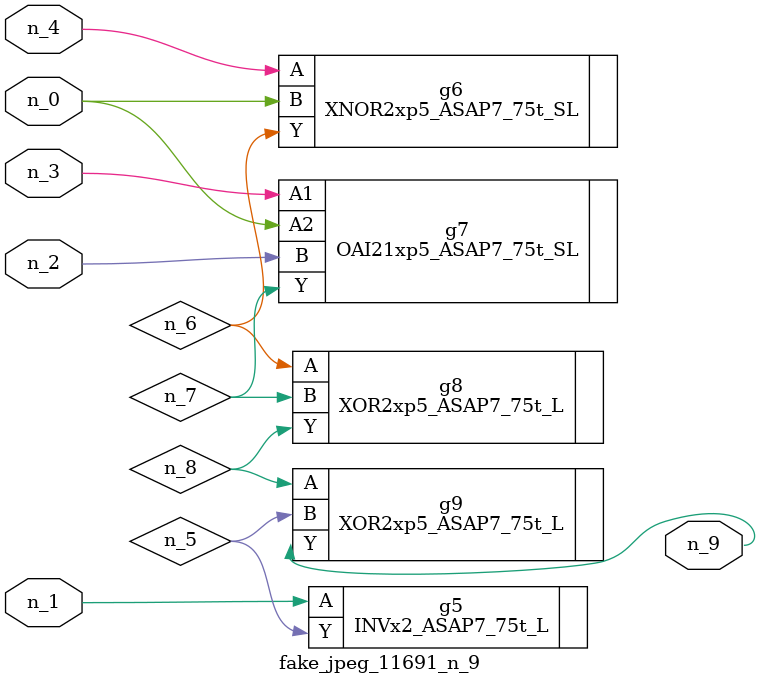
<source format=v>
module fake_jpeg_11691_n_9 (n_3, n_2, n_1, n_0, n_4, n_9);

input n_3;
input n_2;
input n_1;
input n_0;
input n_4;

output n_9;

wire n_8;
wire n_6;
wire n_5;
wire n_7;

INVx2_ASAP7_75t_L g5 ( 
.A(n_1),
.Y(n_5)
);

XNOR2xp5_ASAP7_75t_SL g6 ( 
.A(n_4),
.B(n_0),
.Y(n_6)
);

OAI21xp5_ASAP7_75t_SL g7 ( 
.A1(n_3),
.A2(n_0),
.B(n_2),
.Y(n_7)
);

XOR2xp5_ASAP7_75t_L g8 ( 
.A(n_6),
.B(n_7),
.Y(n_8)
);

XOR2xp5_ASAP7_75t_L g9 ( 
.A(n_8),
.B(n_5),
.Y(n_9)
);


endmodule
</source>
